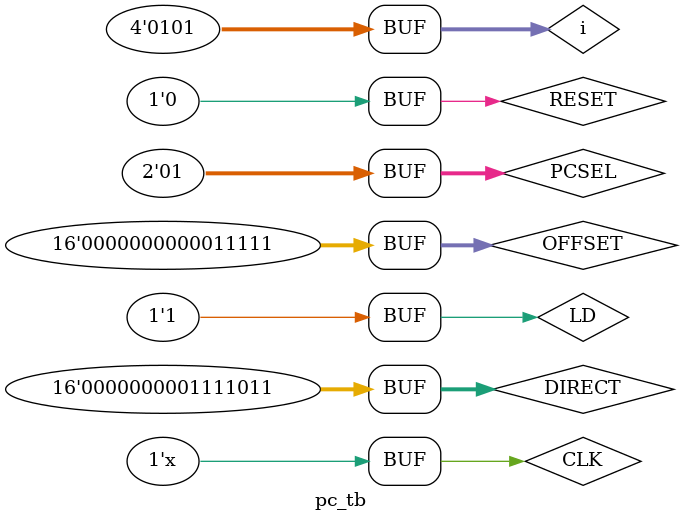
<source format=v>
module pc(CLK, RESET,LD, PCSEL, OFFSET, DIRECT, PC_OUT);
    input         CLK;
    input         RESET;
    input         LD;
    input [1:0]   PCSEL;
    input [15:0]  OFFSET;
    input [15:0]  DIRECT;
    output [15:0] PC_OUT;
    
    
    wire [15:0]   PC_REG_IN;
    reg [15:0]    PC_REG_OUT;
    wire [15:0]   PLUS_ONE;
    
    
    mux16_4to1 pc_mux(.SEL(PCSEL), .D_IN0(PLUS_ONE), .D_IN1(OFFSET), .D_IN2(DIRECT), .D_IN3(), .D_OUT(PC_REG_IN));
    
    
    always @(posedge CLK)
    begin: pc_reg
        if (RESET) PC_REG_OUT<=0;
        else if ( LD == 1'b1)
            PC_REG_OUT <= PC_REG_IN;
        else 
            PC_REG_OUT <= PC_REG_OUT;
    end
    
    
    inc1 pc_inc(.D_IN(PC_REG_OUT), .D_OUT(PLUS_ONE));
    
    assign PC_OUT = PC_REG_OUT;
    
endmodule

module pc_tb;
    reg          CLK;
    reg          RESET;
    reg          LD;
    reg  [1:0]   PCSEL;
    reg  [15:0]  OFFSET;
    reg  [15:0]  DIRECT;
    wire [15:0] PC_OUT;

    reg [3:0]i;

    pc U_pc(CLK, RESET,LD, PCSEL, OFFSET, DIRECT, PC_OUT);

    always #10 CLK=~CLK;
    initial begin
        $monitor("LD=%b, PCSEL=%b, OFFSET=%b, DIRECT=%b, PC_OUT=%b",LD, PCSEL, OFFSET, DIRECT, PC_OUT);
        CLK = 0;
        RESET =1;
        LD=0;
        #20;
        LD=1;
        RESET =0;
        #30;
        PCSEL=0;
        OFFSET= 'b11111;
        DIRECT= 16'd123;
        for ( i = 0 ; i<= 4 ; i=i+1 ) begin
            #40 PCSEL = PCSEL +1;
        end




    end
endmodule

</source>
